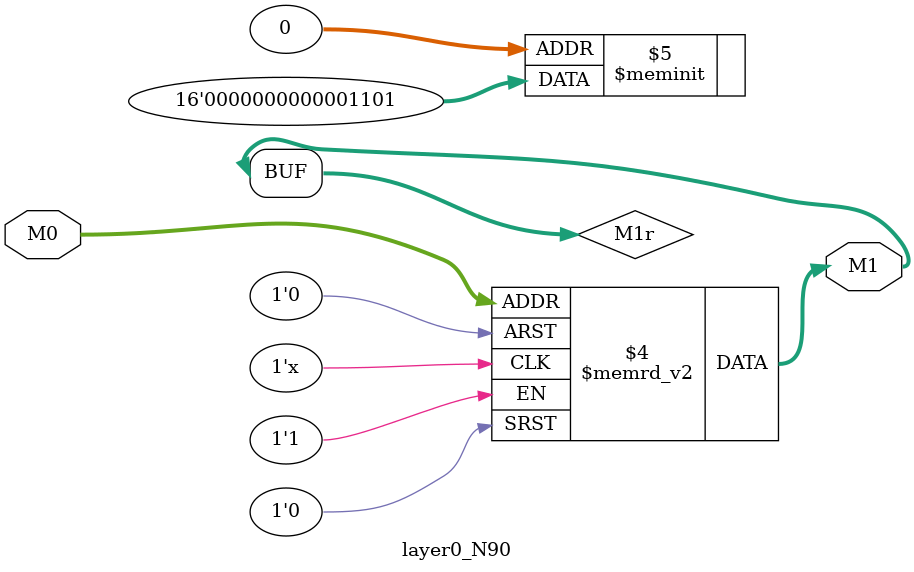
<source format=v>
module layer0_N90 ( input [2:0] M0, output [1:0] M1 );

	(*rom_style = "distributed" *) reg [1:0] M1r;
	assign M1 = M1r;
	always @ (M0) begin
		case (M0)
			3'b000: M1r = 2'b01;
			3'b100: M1r = 2'b00;
			3'b010: M1r = 2'b00;
			3'b110: M1r = 2'b00;
			3'b001: M1r = 2'b11;
			3'b101: M1r = 2'b00;
			3'b011: M1r = 2'b00;
			3'b111: M1r = 2'b00;

		endcase
	end
endmodule

</source>
